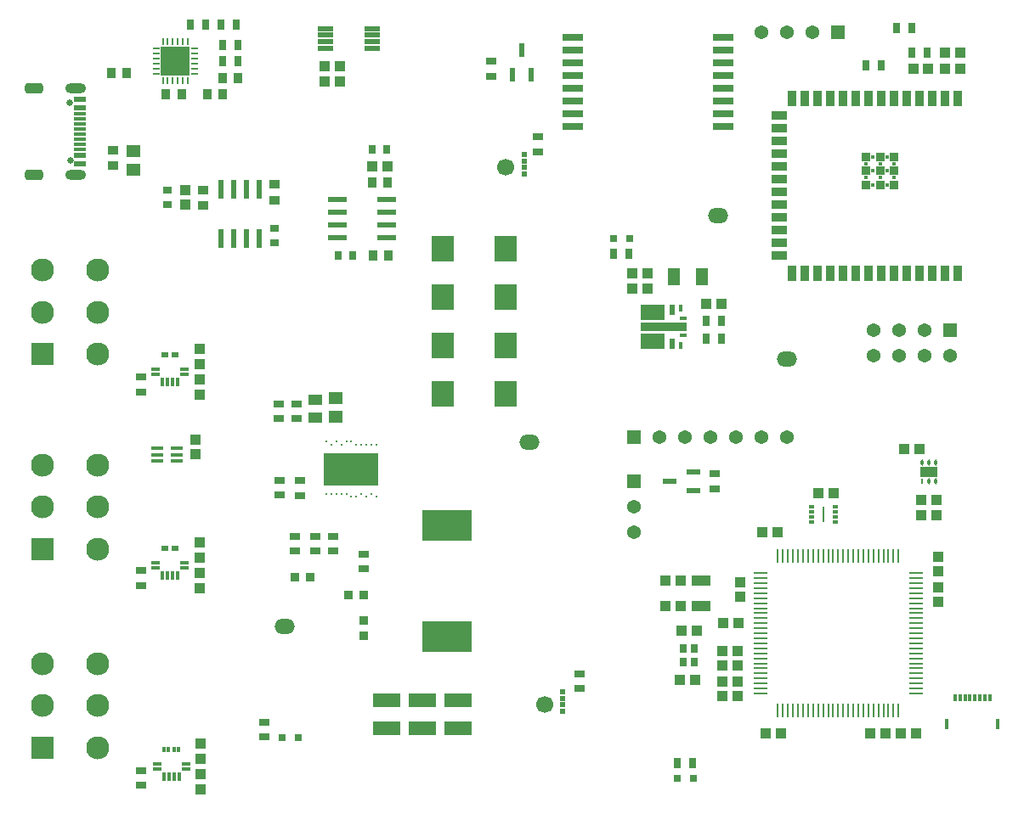
<source format=gbr>
%TF.GenerationSoftware,Altium Limited,Altium Designer,24.4.1 (13)*%
G04 Layer_Color=255*
%FSLAX45Y45*%
%MOMM*%
%TF.SameCoordinates,7BA59CB3-8EBC-4C6A-B4C6-80429C3BB8AE*%
%TF.FilePolarity,Positive*%
%TF.FileFunction,Pads,Top*%
%TF.Part,Single*%
G01*
G75*
%TA.AperFunction,SMDPad,CuDef*%
%ADD10R,1.15000X0.30000*%
%ADD11R,1.15000X0.60000*%
%TA.AperFunction,ConnectorPad*%
%ADD12R,0.90000X1.50000*%
%TA.AperFunction,SMDPad,CuDef*%
%ADD13R,0.30000X0.70000*%
%ADD14R,0.30000X1.00000*%
%ADD15R,0.80000X0.80000*%
G04:AMPARAMS|DCode=16|XSize=0.60607mm|YSize=0.29247mm|CornerRadius=0.14624mm|HoleSize=0mm|Usage=FLASHONLY|Rotation=90.000|XOffset=0mm|YOffset=0mm|HoleType=Round|Shape=RoundedRectangle|*
%AMROUNDEDRECTD16*
21,1,0.60607,0.00000,0,0,90.0*
21,1,0.31360,0.29247,0,0,90.0*
1,1,0.29247,0.00000,0.15680*
1,1,0.29247,0.00000,-0.15680*
1,1,0.29247,0.00000,-0.15680*
1,1,0.29247,0.00000,0.15680*
%
%ADD16ROUNDEDRECTD16*%
%ADD17R,0.29247X0.60607*%
%ADD18R,1.70000X1.00000*%
%ADD19R,0.80000X1.00000*%
%ADD20R,1.00000X0.80000*%
%ADD21R,0.40000X0.80000*%
%ADD22R,2.35000X1.60000*%
%ADD23R,0.50000X1.10000*%
%ADD24R,4.60000X0.96000*%
%ADD25R,0.80000X0.40000*%
%ADD26R,1.05000X1.00000*%
%ADD27R,2.30000X2.52000*%
%ADD28R,2.00000X0.80000*%
%ADD29R,2.85000X2.85000*%
%ADD30R,0.68107X0.23928*%
G04:AMPARAMS|DCode=31|XSize=0.68107mm|YSize=0.23928mm|CornerRadius=0.11964mm|HoleSize=0mm|Usage=FLASHONLY|Rotation=180.000|XOffset=0mm|YOffset=0mm|HoleType=Round|Shape=RoundedRectangle|*
%AMROUNDEDRECTD31*
21,1,0.68107,0.00000,0,0,180.0*
21,1,0.44178,0.23928,0,0,180.0*
1,1,0.23928,-0.22089,0.00000*
1,1,0.23928,0.22089,0.00000*
1,1,0.23928,0.22089,0.00000*
1,1,0.23928,-0.22089,0.00000*
%
%ADD31ROUNDEDRECTD31*%
G04:AMPARAMS|DCode=32|XSize=0.23928mm|YSize=0.68107mm|CornerRadius=0.11964mm|HoleSize=0mm|Usage=FLASHONLY|Rotation=180.000|XOffset=0mm|YOffset=0mm|HoleType=Round|Shape=RoundedRectangle|*
%AMROUNDEDRECTD32*
21,1,0.23928,0.44178,0,0,180.0*
21,1,0.00000,0.68107,0,0,180.0*
1,1,0.23928,0.00000,0.22089*
1,1,0.23928,0.00000,0.22089*
1,1,0.23928,0.00000,-0.22089*
1,1,0.23928,0.00000,-0.22089*
%
%ADD32ROUNDEDRECTD32*%
%ADD33R,0.20000X1.60000*%
%ADD34R,0.54000X0.35000*%
%TA.AperFunction,ConnectorPad*%
G04:AMPARAMS|DCode=35|XSize=0.45mm|YSize=1.55mm|CornerRadius=0.0495mm|HoleSize=0mm|Usage=FLASHONLY|Rotation=270.000|XOffset=0mm|YOffset=0mm|HoleType=Round|Shape=RoundedRectangle|*
%AMROUNDEDRECTD35*
21,1,0.45000,1.45100,0,0,270.0*
21,1,0.35100,1.55000,0,0,270.0*
1,1,0.09900,-0.72550,-0.17550*
1,1,0.09900,-0.72550,0.17550*
1,1,0.09900,0.72550,0.17550*
1,1,0.09900,0.72550,-0.17550*
%
%ADD35ROUNDEDRECTD35*%
%TA.AperFunction,SMDPad,CuDef*%
%ADD36R,0.63000X0.50000*%
%ADD37C,1.69552*%
%ADD38R,0.89000X0.93000*%
%ADD39R,1.38000X1.10000*%
%ADD40R,1.45000X1.15000*%
%ADD41R,0.93000X0.89000*%
%TA.AperFunction,BGAPad,CuDef*%
%ADD42C,0.25200*%
%TA.AperFunction,SMDPad,CuDef*%
%ADD43R,5.48000X3.24000*%
%ADD44R,1.46200X0.27940*%
%ADD45R,0.27940X1.46200*%
%ADD46R,1.90000X1.10000*%
%ADD47R,1.00000X1.05000*%
%ADD48R,0.80000X0.90000*%
%ADD49R,2.81000X1.45000*%
%ADD50R,5.00000X3.10000*%
%ADD51R,0.60000X1.35000*%
%ADD52R,1.35000X0.60000*%
%TA.AperFunction,ConnectorPad*%
%ADD53R,1.50000X0.90000*%
%TA.AperFunction,BGAPad,CuDef*%
%ADD54R,0.90000X0.90000*%
%TA.AperFunction,SMDPad,CuDef*%
%ADD55R,1.30000X1.80000*%
%ADD56R,0.65000X0.90000*%
%ADD57R,1.04000X1.02000*%
%ADD58R,0.92000X0.98000*%
%ADD59R,0.90000X0.65000*%
%ADD60R,0.98000X0.92000*%
%ADD61R,0.50800X1.98120*%
%ADD62R,1.02000X1.04000*%
%ADD63R,1.98120X0.50800*%
G04:AMPARAMS|DCode=64|XSize=1.19mm|YSize=0.4mm|CornerRadius=0.05mm|HoleSize=0mm|Usage=FLASHONLY|Rotation=180.000|XOffset=0mm|YOffset=0mm|HoleType=Round|Shape=RoundedRectangle|*
%AMROUNDEDRECTD64*
21,1,1.19000,0.30000,0,0,180.0*
21,1,1.09000,0.40000,0,0,180.0*
1,1,0.10000,-0.54500,0.15000*
1,1,0.10000,0.54500,0.15000*
1,1,0.10000,0.54500,-0.15000*
1,1,0.10000,-0.54500,-0.15000*
%
%ADD64ROUNDEDRECTD64*%
%ADD65R,0.30000X0.85000*%
%ADD66R,0.85000X0.30000*%
%TA.AperFunction,SMDPad,SMDef*%
%ADD67R,0.30000X0.50000*%
%TA.AperFunction,ComponentPad*%
%ADD79C,0.65000*%
%ADD80O,2.10000X1.00000*%
G04:AMPARAMS|DCode=81|XSize=1.8mm|YSize=1mm|CornerRadius=0.25mm|HoleSize=0mm|Usage=FLASHONLY|Rotation=0.000|XOffset=0mm|YOffset=0mm|HoleType=Round|Shape=RoundedRectangle|*
%AMROUNDEDRECTD81*
21,1,1.80000,0.50000,0,0,0.0*
21,1,1.30000,1.00000,0,0,0.0*
1,1,0.50000,0.65000,-0.25000*
1,1,0.50000,-0.65000,-0.25000*
1,1,0.50000,-0.65000,0.25000*
1,1,0.50000,0.65000,0.25000*
%
%ADD81ROUNDEDRECTD81*%
%ADD82R,1.37000X1.37000*%
%ADD83C,1.37000*%
%TA.AperFunction,ViaPad*%
%ADD84O,2.00000X1.52400*%
%TA.AperFunction,ComponentPad*%
%ADD85C,0.40000*%
%ADD86R,1.37000X1.37000*%
%ADD87R,2.30000X2.30000*%
%ADD88C,2.30000*%
D10*
X3268980Y9748220D02*
D03*
Y9698220D02*
D03*
Y9648220D02*
D03*
Y9398220D02*
D03*
Y9448220D02*
D03*
Y9498220D02*
D03*
Y9598220D02*
D03*
Y9548220D02*
D03*
D11*
Y9333220D02*
D03*
Y9813220D02*
D03*
Y9253220D02*
D03*
Y9893220D02*
D03*
D12*
X10360800Y9906800D02*
D03*
X10487800D02*
D03*
X12011800Y8156800D02*
D03*
X11884800D02*
D03*
X11757800D02*
D03*
X11630800D02*
D03*
X11503800D02*
D03*
X11376800D02*
D03*
X11249800D02*
D03*
X11122800D02*
D03*
X10995800D02*
D03*
X10868800D02*
D03*
X10741800D02*
D03*
X10614800D02*
D03*
X10487800D02*
D03*
X10360800D02*
D03*
X10614800Y9906800D02*
D03*
X10741800D02*
D03*
X10868800D02*
D03*
X10995800D02*
D03*
X11122800D02*
D03*
X11249800D02*
D03*
X11376800D02*
D03*
X11503800D02*
D03*
X11630800D02*
D03*
X11757800D02*
D03*
X11884800D02*
D03*
X12011800D02*
D03*
D13*
X12184380Y3924300D02*
D03*
X12134380D02*
D03*
X12084380D02*
D03*
X12034380D02*
D03*
X11984380D02*
D03*
X12234380D02*
D03*
X12284380D02*
D03*
X12334380D02*
D03*
D14*
X11905380Y3659300D02*
D03*
X12413380D02*
D03*
D15*
X9381480Y3124200D02*
D03*
X9221480D02*
D03*
X8741400Y8509000D02*
D03*
X8581400D02*
D03*
X5439400Y3530600D02*
D03*
X5279400D02*
D03*
D16*
X11660692Y6274103D02*
D03*
X11725692D02*
D03*
X11790692D02*
D03*
Y6083497D02*
D03*
X11725692D02*
D03*
D17*
X11660692D02*
D03*
D18*
X11725692Y6178800D02*
D03*
D19*
X9371400Y3276600D02*
D03*
X9221400D02*
D03*
X8736400Y8356600D02*
D03*
X8586400D02*
D03*
X11708200Y10363200D02*
D03*
X11558200D02*
D03*
X11405800Y10604500D02*
D03*
X11555800D02*
D03*
X11251000Y10236200D02*
D03*
X11101000D02*
D03*
X9506600Y7688400D02*
D03*
X9656600D02*
D03*
X9656600Y7510600D02*
D03*
X9506600D02*
D03*
X4837500Y10439400D02*
D03*
X4687500D02*
D03*
X4687500Y10274300D02*
D03*
X4837500D02*
D03*
X4520000Y10642600D02*
D03*
X4370000D02*
D03*
X4824800D02*
D03*
X4674800D02*
D03*
D20*
X5105400Y3681800D02*
D03*
Y3531800D02*
D03*
X8242300Y4014400D02*
D03*
Y4164400D02*
D03*
X5791200Y5386000D02*
D03*
Y5536000D02*
D03*
X5613400Y5536000D02*
D03*
Y5386000D02*
D03*
X5410200Y5536000D02*
D03*
Y5386000D02*
D03*
X5257800Y6094800D02*
D03*
Y5944800D02*
D03*
X5461000Y5943600D02*
D03*
Y6093600D02*
D03*
X5245100Y6856800D02*
D03*
Y6706800D02*
D03*
X5422900Y6856800D02*
D03*
Y6706800D02*
D03*
X6096000Y5358200D02*
D03*
Y5208200D02*
D03*
X7831753Y9370907D02*
D03*
Y9520907D02*
D03*
X7366000Y10123100D02*
D03*
Y10273100D02*
D03*
X9588500Y6158300D02*
D03*
Y6008300D02*
D03*
X3873500Y3199200D02*
D03*
Y3049200D02*
D03*
Y5193100D02*
D03*
Y5043100D02*
D03*
Y7123500D02*
D03*
Y6973500D02*
D03*
D21*
X9254400Y7812800D02*
D03*
Y7442800D02*
D03*
D22*
X8971900Y7772800D02*
D03*
Y7482800D02*
D03*
D23*
X9169400Y7457800D02*
D03*
Y7797800D02*
D03*
D24*
X9084400Y7627800D02*
D03*
D25*
X9274400Y7542800D02*
D03*
Y7712800D02*
D03*
D26*
X11800692Y5747000D02*
D03*
X11650692D02*
D03*
X11800692Y5899400D02*
D03*
X11650692D02*
D03*
X10621992Y5969000D02*
D03*
X10771992D02*
D03*
X9249192Y5092700D02*
D03*
X9099192D02*
D03*
X9247992Y4838700D02*
D03*
X9097992D02*
D03*
X10213192Y5575300D02*
D03*
X10063192D02*
D03*
X11632000Y6405880D02*
D03*
X11482000D02*
D03*
X9828600Y4673600D02*
D03*
X9678600D02*
D03*
X9259500Y4597400D02*
D03*
X9409500D02*
D03*
X9396800Y4102100D02*
D03*
X9246800D02*
D03*
X10251292Y3568700D02*
D03*
X10101292D02*
D03*
X11292692D02*
D03*
X11142692D02*
D03*
X11447492D02*
D03*
X11597492D02*
D03*
X5703500Y10071100D02*
D03*
X5853500D02*
D03*
X5703500Y10223500D02*
D03*
X5853500D02*
D03*
X11719700Y10198100D02*
D03*
X11569700D02*
D03*
X11888400D02*
D03*
X12038400D02*
D03*
X11888400Y10363200D02*
D03*
X12038400D02*
D03*
X8920000Y8158300D02*
D03*
X8770000D02*
D03*
X8921200Y8005900D02*
D03*
X8771200D02*
D03*
X9657800Y7853500D02*
D03*
X9507800D02*
D03*
D27*
X7504280Y7442200D02*
D03*
X6882280D02*
D03*
X7505400Y8407400D02*
D03*
X6883400D02*
D03*
X6882280Y6959600D02*
D03*
X7504280D02*
D03*
X6883400Y7924800D02*
D03*
X7505400D02*
D03*
D28*
X9678800Y10261600D02*
D03*
Y10134600D02*
D03*
Y10007600D02*
D03*
Y9880600D02*
D03*
Y9753600D02*
D03*
Y9626600D02*
D03*
X8178800D02*
D03*
Y9753600D02*
D03*
Y9880600D02*
D03*
Y10007600D02*
D03*
Y10134600D02*
D03*
Y10261600D02*
D03*
Y10388600D02*
D03*
Y10515600D02*
D03*
X9678800Y10388600D02*
D03*
Y10515600D02*
D03*
D29*
X4216800Y10275353D02*
D03*
D30*
X4408353Y10150353D02*
D03*
D31*
Y10200353D02*
D03*
Y10250353D02*
D03*
Y10300353D02*
D03*
Y10350353D02*
D03*
Y10400353D02*
D03*
X4025247D02*
D03*
Y10350353D02*
D03*
Y10300353D02*
D03*
Y10250353D02*
D03*
Y10200353D02*
D03*
Y10150353D02*
D03*
D32*
X4341800Y10466906D02*
D03*
X4291800D02*
D03*
X4241800D02*
D03*
X4191800D02*
D03*
X4141800D02*
D03*
X4091800D02*
D03*
Y10083800D02*
D03*
X4141800D02*
D03*
X4191800D02*
D03*
X4241800D02*
D03*
X4291800D02*
D03*
X4341800D02*
D03*
D33*
X10671592Y5753100D02*
D03*
D34*
X10790092Y5828100D02*
D03*
Y5778100D02*
D03*
Y5728100D02*
D03*
Y5678100D02*
D03*
X10553092D02*
D03*
Y5728100D02*
D03*
Y5778100D02*
D03*
Y5828100D02*
D03*
D35*
X5711100Y10600400D02*
D03*
Y10535400D02*
D03*
Y10470400D02*
D03*
Y10405400D02*
D03*
X6176100Y10600400D02*
D03*
Y10535400D02*
D03*
Y10470400D02*
D03*
Y10405400D02*
D03*
D36*
X8079273Y3788347D02*
D03*
Y3853347D02*
D03*
Y3918347D02*
D03*
Y3983347D02*
D03*
X7690653Y9147747D02*
D03*
Y9212747D02*
D03*
Y9277747D02*
D03*
Y9342747D02*
D03*
D37*
X7894320Y3860800D02*
D03*
X7505700Y9220200D02*
D03*
D38*
X5409400Y5130800D02*
D03*
X5563400D02*
D03*
X5942800Y4953000D02*
D03*
X6096800D02*
D03*
D39*
X5613400Y6720900D02*
D03*
Y6893500D02*
D03*
D40*
X5816600Y6729900D02*
D03*
Y6909900D02*
D03*
X3797300Y9193700D02*
D03*
Y9373700D02*
D03*
D41*
X6096000Y4699800D02*
D03*
Y4545800D02*
D03*
D42*
X5720600Y5956600D02*
D03*
X5770600D02*
D03*
X5820600D02*
D03*
X5870600D02*
D03*
X5920600D02*
D03*
X5970600Y5928100D02*
D03*
X6020600D02*
D03*
X6070600Y5956600D02*
D03*
X6120600Y5928100D02*
D03*
X6170600Y5956600D02*
D03*
X6220600Y5928100D02*
D03*
Y6451600D02*
D03*
X6170600D02*
D03*
X6120600D02*
D03*
X6070600D02*
D03*
X6020600D02*
D03*
X5970600Y6479100D02*
D03*
X5920600D02*
D03*
X5870600Y6451600D02*
D03*
X5820600Y6479100D02*
D03*
X5770600Y6451600D02*
D03*
X5720600Y6479100D02*
D03*
D43*
X5970600Y6204100D02*
D03*
D44*
X10049292Y5168000D02*
D03*
Y5118000D02*
D03*
Y5068000D02*
D03*
Y5018000D02*
D03*
Y4968000D02*
D03*
Y4918000D02*
D03*
Y4868000D02*
D03*
Y4818000D02*
D03*
Y4768000D02*
D03*
Y4718000D02*
D03*
Y4668000D02*
D03*
Y4618000D02*
D03*
Y4568000D02*
D03*
Y4518000D02*
D03*
Y4468000D02*
D03*
Y4418000D02*
D03*
Y4368000D02*
D03*
Y4318000D02*
D03*
Y4268000D02*
D03*
Y4218000D02*
D03*
Y4168000D02*
D03*
Y4118000D02*
D03*
Y4068000D02*
D03*
Y4018000D02*
D03*
Y3968000D02*
D03*
X11593612D02*
D03*
Y4018000D02*
D03*
Y4068000D02*
D03*
Y4118000D02*
D03*
Y4168000D02*
D03*
Y4218000D02*
D03*
Y4268000D02*
D03*
Y4318000D02*
D03*
Y4368000D02*
D03*
Y4418000D02*
D03*
Y4468000D02*
D03*
Y4518000D02*
D03*
Y4568000D02*
D03*
Y4618000D02*
D03*
Y4668000D02*
D03*
Y4718000D02*
D03*
Y4768000D02*
D03*
Y4818000D02*
D03*
Y4868000D02*
D03*
Y4918000D02*
D03*
Y4968000D02*
D03*
Y5018000D02*
D03*
Y5068000D02*
D03*
Y5118000D02*
D03*
Y5168000D02*
D03*
D45*
X10221452Y3795840D02*
D03*
X10271452D02*
D03*
X10321452D02*
D03*
X10371452D02*
D03*
X10421452D02*
D03*
X10471452D02*
D03*
X10521452D02*
D03*
X10571452D02*
D03*
X10621452D02*
D03*
X10671452D02*
D03*
X10721452D02*
D03*
X10771452D02*
D03*
X10821452D02*
D03*
X10871452D02*
D03*
X10921452D02*
D03*
X10971452D02*
D03*
X11021452D02*
D03*
X11071452D02*
D03*
X11121452D02*
D03*
X11171452D02*
D03*
X11221452D02*
D03*
X11271452D02*
D03*
X11321452D02*
D03*
X11371452D02*
D03*
X11421452D02*
D03*
Y5340160D02*
D03*
X11371452D02*
D03*
X11321452D02*
D03*
X11271452D02*
D03*
X11221452D02*
D03*
X11171452D02*
D03*
X11121452D02*
D03*
X11071452D02*
D03*
X11021452D02*
D03*
X10971452D02*
D03*
X10921452D02*
D03*
X10871452D02*
D03*
X10821452D02*
D03*
X10771452D02*
D03*
X10721452D02*
D03*
X10671452D02*
D03*
X10621452D02*
D03*
X10571452D02*
D03*
X10521452D02*
D03*
X10471452D02*
D03*
X10421452D02*
D03*
X10371452D02*
D03*
X10321452D02*
D03*
X10271452D02*
D03*
X10221452D02*
D03*
D46*
X9452392Y4840700D02*
D03*
Y5090700D02*
D03*
D47*
X9846092Y4928800D02*
D03*
Y5078800D02*
D03*
X11814592Y5182800D02*
D03*
Y5332800D02*
D03*
Y5028000D02*
D03*
Y4878000D02*
D03*
X9668292Y4243000D02*
D03*
Y4393000D02*
D03*
Y4088200D02*
D03*
Y3938200D02*
D03*
X9820692Y4243000D02*
D03*
Y4393000D02*
D03*
Y4088200D02*
D03*
Y3938200D02*
D03*
X4419600Y6351200D02*
D03*
Y6501200D02*
D03*
X4470400Y3465900D02*
D03*
Y3315900D02*
D03*
Y3161100D02*
D03*
Y3011100D02*
D03*
X4457700Y5167700D02*
D03*
Y5017700D02*
D03*
Y5472500D02*
D03*
Y5322500D02*
D03*
Y7098100D02*
D03*
Y6948100D02*
D03*
Y7402900D02*
D03*
Y7252900D02*
D03*
D48*
X9388892Y4419600D02*
D03*
Y4279600D02*
D03*
X9278892D02*
D03*
Y4419600D02*
D03*
D49*
X6319520Y3902200D02*
D03*
Y3616200D02*
D03*
X6675120Y3902200D02*
D03*
Y3616200D02*
D03*
X7030720Y3902200D02*
D03*
Y3616200D02*
D03*
D50*
X6921500Y5647700D02*
D03*
Y4537700D02*
D03*
D51*
X7575800Y10141600D02*
D03*
X7765800D02*
D03*
X7670800Y10381600D02*
D03*
D52*
X9138300Y6083300D02*
D03*
X9378300Y6178300D02*
D03*
Y5988300D02*
D03*
D53*
X10235800Y8333300D02*
D03*
Y8460300D02*
D03*
Y8587300D02*
D03*
Y8714300D02*
D03*
Y8841300D02*
D03*
Y8968300D02*
D03*
Y9095300D02*
D03*
Y9222300D02*
D03*
Y9349300D02*
D03*
Y9476300D02*
D03*
Y9603300D02*
D03*
Y9730300D02*
D03*
D54*
X11379800Y9041800D02*
D03*
Y9181800D02*
D03*
Y9321800D02*
D03*
X11099800Y9041800D02*
D03*
Y9181800D02*
D03*
Y9321800D02*
D03*
X11239800Y9041800D02*
D03*
Y9321800D02*
D03*
Y9181800D02*
D03*
D55*
X9461800Y8128000D02*
D03*
X9181800D02*
D03*
D56*
X6180980Y9392920D02*
D03*
X6325980D02*
D03*
X5983080Y8338820D02*
D03*
X5838080D02*
D03*
D57*
X6326980Y9227820D02*
D03*
X6179980D02*
D03*
D58*
X6330980Y9062720D02*
D03*
X6175980D02*
D03*
X6343680Y8338820D02*
D03*
X6188680D02*
D03*
X3735100Y10160000D02*
D03*
X3580100D02*
D03*
X4685000Y10109200D02*
D03*
X4840000D02*
D03*
X4278660Y9941560D02*
D03*
X4123660D02*
D03*
X4532600Y9944100D02*
D03*
X4687600D02*
D03*
D59*
X4140200Y8842900D02*
D03*
Y8987900D02*
D03*
X5207000Y8606900D02*
D03*
Y8461900D02*
D03*
D60*
Y9043700D02*
D03*
Y8888700D02*
D03*
X4495800Y8991600D02*
D03*
Y8836600D02*
D03*
X3594100Y9386600D02*
D03*
Y9231600D02*
D03*
D61*
X4673600Y8996680D02*
D03*
X4800600D02*
D03*
X4927600D02*
D03*
X5054600D02*
D03*
Y8503920D02*
D03*
X4927600D02*
D03*
X4800600D02*
D03*
X4673600D02*
D03*
D62*
X4318000Y8988900D02*
D03*
Y8841900D02*
D03*
D63*
X5829300Y8897620D02*
D03*
Y8770620D02*
D03*
Y8643620D02*
D03*
Y8516620D02*
D03*
X6322060D02*
D03*
Y8643620D02*
D03*
Y8770620D02*
D03*
Y8897620D02*
D03*
D64*
X4230600Y6415000D02*
D03*
Y6350000D02*
D03*
Y6285000D02*
D03*
X4038600D02*
D03*
Y6350000D02*
D03*
Y6415000D02*
D03*
D65*
X4103300Y3141800D02*
D03*
X4153300D02*
D03*
X4203300D02*
D03*
X4253300D02*
D03*
X4090600Y5148400D02*
D03*
X4140600D02*
D03*
X4190600D02*
D03*
X4240600D02*
D03*
X4090600Y7078800D02*
D03*
X4140600D02*
D03*
X4190600D02*
D03*
X4240600D02*
D03*
D66*
X4323300Y3211800D02*
D03*
Y3261800D02*
D03*
X4033300Y3211800D02*
D03*
Y3261800D02*
D03*
X4310600Y5218400D02*
D03*
Y5268400D02*
D03*
X4020600Y5218400D02*
D03*
Y5268400D02*
D03*
X4310600Y7148800D02*
D03*
Y7198800D02*
D03*
X4020600Y7148800D02*
D03*
Y7198800D02*
D03*
D67*
X4146500Y3411400D02*
D03*
X4108400D02*
D03*
X4208400D02*
D03*
X4246500D02*
D03*
X4133800Y5418000D02*
D03*
X4095700D02*
D03*
X4195700D02*
D03*
X4233800D02*
D03*
X4133800Y7348400D02*
D03*
X4095700D02*
D03*
X4195700D02*
D03*
X4233800D02*
D03*
D79*
X3161480Y9862220D02*
D03*
X3174700Y9286800D02*
D03*
D80*
X3224700Y9143800D02*
D03*
Y10007800D02*
D03*
D81*
X2806700Y9143800D02*
D03*
Y10007800D02*
D03*
D82*
X8788400Y6527800D02*
D03*
X10820400Y10566400D02*
D03*
X11938000Y7594600D02*
D03*
D83*
X9042400Y6527800D02*
D03*
X9296400D02*
D03*
X9550400D02*
D03*
X9804400D02*
D03*
X10058400D02*
D03*
X10312400D02*
D03*
X8788400Y5829300D02*
D03*
Y5575300D02*
D03*
X10566400Y10566400D02*
D03*
X10312400D02*
D03*
X10058400D02*
D03*
X11938000Y7340600D02*
D03*
X11684000Y7594600D02*
D03*
Y7340600D02*
D03*
X11430000Y7594600D02*
D03*
Y7340600D02*
D03*
X11176000Y7594600D02*
D03*
Y7340600D02*
D03*
D84*
X9626600Y8737600D02*
D03*
X10312400Y7302500D02*
D03*
X5308600Y4635500D02*
D03*
X7747000Y6477000D02*
D03*
D85*
X11309800Y9321800D02*
D03*
X11099800Y9111800D02*
D03*
Y9251800D02*
D03*
X11239800Y9111800D02*
D03*
Y9251800D02*
D03*
X11379800Y9111800D02*
D03*
Y9251800D02*
D03*
X11169800Y9041800D02*
D03*
Y9181800D02*
D03*
Y9321800D02*
D03*
X11309800Y9041800D02*
D03*
Y9181800D02*
D03*
D86*
X8788400Y6083300D02*
D03*
D87*
X2895600Y7352400D02*
D03*
Y5408400D02*
D03*
Y3427200D02*
D03*
D88*
Y7772400D02*
D03*
Y8192400D02*
D03*
X3445600Y7352400D02*
D03*
Y7772400D02*
D03*
Y8192400D02*
D03*
X2895600Y5828400D02*
D03*
Y6248400D02*
D03*
X3445600Y5408400D02*
D03*
Y5828400D02*
D03*
Y6248400D02*
D03*
X2895600Y3847200D02*
D03*
Y4267200D02*
D03*
X3445600Y3427200D02*
D03*
Y3847200D02*
D03*
Y4267200D02*
D03*
%TF.MD5,fd5615e618dd91ed526b5163ba5d919a*%
M02*

</source>
